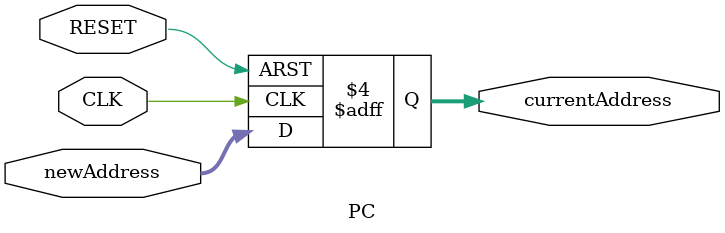
<source format=v>

module PC(
    input  CLK,     //时钟
    input  RESET,   //复位信号，低电平有效
    // input PCWre,    //PC写使能.如果为0，PC不更改;
    input  [15:0] newAddress,   //PC的新指令地址
    output reg [15:0] currentAddress    //当前指令地址
);

    initial begin
        currentAddress = 0;
    end

    always @(posedge CLK or negedge RESET)
    begin
        if (!RESET) begin
            currentAddress <= 0;
        end
        else   currentAddress <= newAddress;
    
    end

endmodule
</source>
